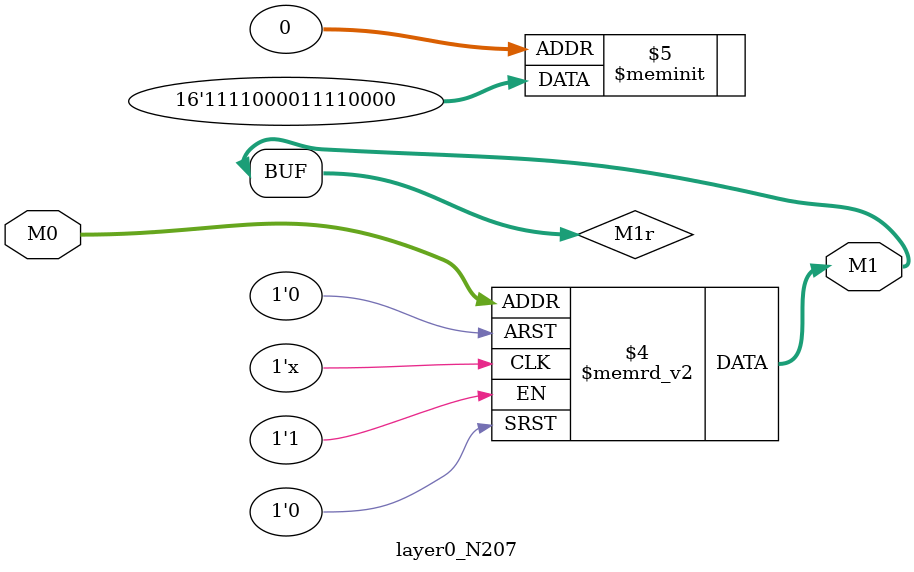
<source format=v>
module layer0_N207 ( input [2:0] M0, output [1:0] M1 );

	(*rom_style = "distributed" *) reg [1:0] M1r;
	assign M1 = M1r;
	always @ (M0) begin
		case (M0)
			3'b000: M1r = 2'b00;
			3'b100: M1r = 2'b00;
			3'b010: M1r = 2'b11;
			3'b110: M1r = 2'b11;
			3'b001: M1r = 2'b00;
			3'b101: M1r = 2'b00;
			3'b011: M1r = 2'b11;
			3'b111: M1r = 2'b11;

		endcase
	end
endmodule

</source>
